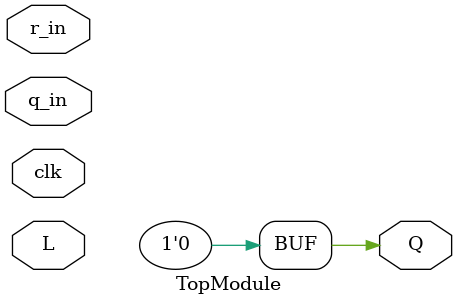
<source format=v>
module TopModule (
  input clk,
  input L,
  input q_in,
  input r_in,
  output reg Q
);

  // Module body - leave empty or add minimal initialization
  initial begin
    Q = 0; // Optional: Initialize Q
  end

endmodule
</source>
